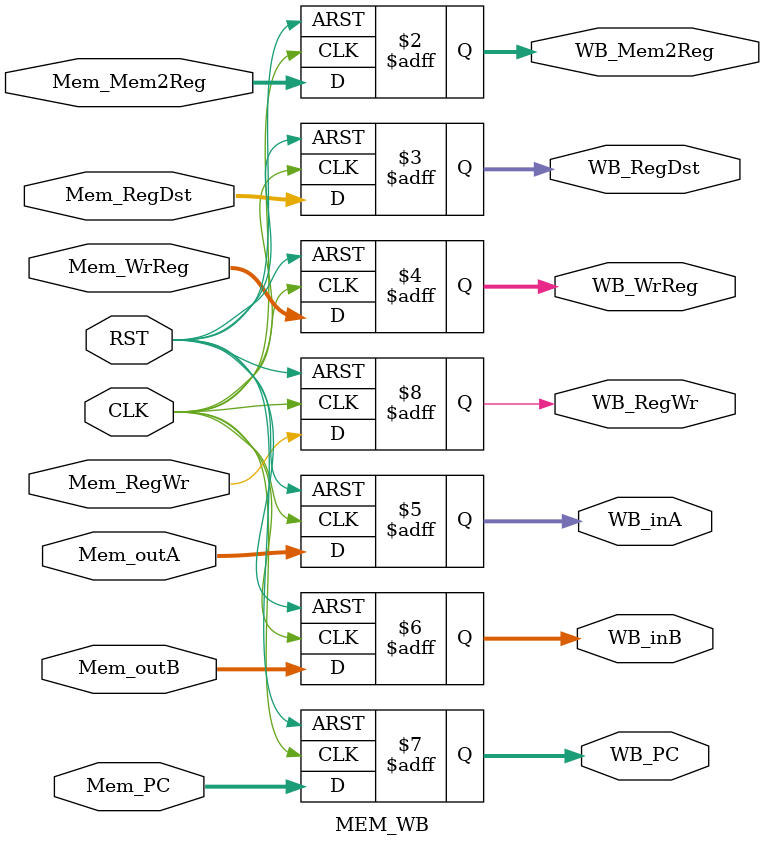
<source format=v>
module MEM_WB(CLK,RST,
                 Mem_outB,WB_inB,
                 Mem_outA,WB_inA,
                 Mem_RegDst,WB_RegDst,
                 Mem_RegWr,WB_RegWr,
                 Mem_WrReg,WB_WrReg,
                 Mem_Mem2Reg,WB_Mem2Reg,
                 Mem_PC,WB_PC);
input CLK,RST,Mem_RegWr;
input [31:0]Mem_outB,Mem_outA;
input [31:0]Mem_PC;
input [1:0]Mem_Mem2Reg,Mem_RegDst;
input [4:0]Mem_WrReg;

output reg[1:0]WB_Mem2Reg,WB_RegDst;
output reg[4:0]WB_WrReg;
output reg[31:0]WB_inA,WB_inB;
output reg [31:0]WB_PC;
output reg WB_RegWr;

always@(posedge CLK or posedge RST) begin
    if(RST) begin
        WB_inA<=32'b0;
        WB_inB<=32'b0;
        WB_RegWr<=0;
        WB_RegDst<=0;
        WB_Mem2Reg<=0;
        WB_WrReg<=0;
        WB_PC<=31'b0;
    end
    else begin
        WB_inA<=Mem_outA;
        WB_inB<=Mem_outB;
        WB_RegWr<=Mem_RegWr;
        WB_RegDst<=Mem_RegDst;
        WB_Mem2Reg<=Mem_Mem2Reg;
        WB_WrReg<=Mem_WrReg;
        WB_PC<=Mem_PC;
    end
end
endmodule
</source>
